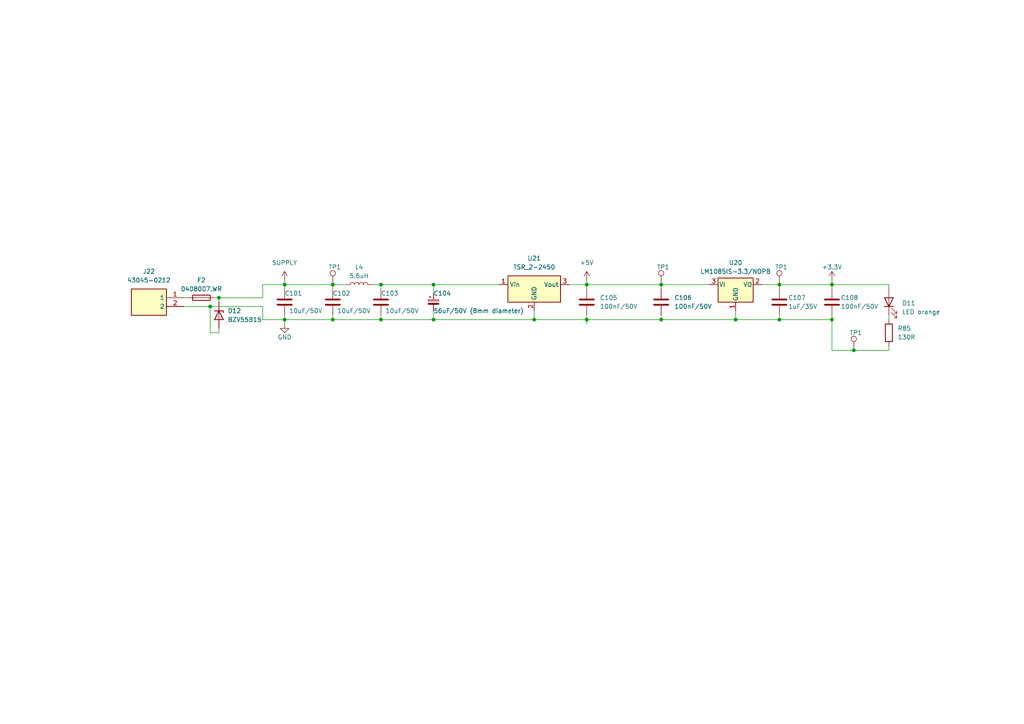
<source format=kicad_sch>
(kicad_sch (version 20230121) (generator eeschema)
  (paper "A4")
  (lib_symbols
    (symbol "43045-0212:43045-0212"
      (property "Reference" "J" (at 16.51 7.62 0))
      (property "Value" "43045-0212" (at 16.51 5.08 0))
      (symbol "43045-0212_1_1"
        (rectangle (start 5.08 2.54) (end 15.24 -5.08) (stroke (width 0.254)) (fill (type background)))
        (pin passive line (at 0 -2.54 0) (length 5.08) (name "1") (number "1"))
        (pin passive line (at 0 0 0) (length 5.08) (name "2") (number "2"))
      )
    )
    (symbol "Connector:TestPoint" (pin_numbers hide) (pin_names (offset 0.762) hide)
      (property "Reference" "TP" (at 0 6.858 0))
      (property "Value" "TestPoint" (at 0 5.08 0))
      (symbol "TestPoint_0_1"
        (circle (center 0 3.302) (radius 0.762))
      )
      (symbol "TestPoint_1_1"
        (pin passive line (at 0 0 90) (length 2.54) (name "1") (number "1"))
      )
    )
    (symbol "Device:C" (pin_numbers hide) (pin_names (offset 0.254))
      (property "Reference" "C" (at 0.635 2.54 0))
      (property "Value" "C" (at 0.635 -2.54 0))
      (symbol "C_0_1"
        (polyline (pts (xy -2.032 -0.762) (xy 2.032 -0.762)) (stroke (width 0.508)))
        (polyline (pts (xy -2.032 0.762) (xy 2.032 0.762)) (stroke (width 0.508)))
      )
      (symbol "C_1_1"
        (pin passive line (at 0 3.81 270) (length 2.794) (name "~") (number "1"))
        (pin passive line (at 0 -3.81 90) (length 2.794) (name "~") (number "2"))
      )
    )
    (symbol "Device:C_Polarized_Small" (pin_numbers hide) (pin_names (offset 0.254) hide)
      (property "Reference" "C" (at 0.254 1.778 0))
      (property "Value" "C_Polarized_Small" (at 0.254 -2.032 0))
      (symbol "C_Polarized_Small_0_1"
        (rectangle (start -1.524 -0.3048) (end 1.524 -0.6858) (fill (type outline)))
        (rectangle (start -1.524 0.6858) (end 1.524 0.3048))
        (polyline (pts (xy -1.27 1.524) (xy -0.762 1.524)))
        (polyline (pts (xy -1.016 1.27) (xy -1.016 1.778)))
      )
      (symbol "C_Polarized_Small_1_1"
        (pin passive line (at 0 2.54 270) (length 1.8542) (name "~") (number "1"))
        (pin passive line (at 0 -2.54 90) (length 1.8542) (name "~") (number "2"))
      )
    )
    (symbol "Device:Fuse" (pin_numbers hide) (pin_names (offset 0))
      (property "Reference" "F" (at 2.032 0 90))
      (property "Value" "Fuse" (at -1.905 0 90))
      (symbol "Fuse_0_1"
        (rectangle (start -0.762 -2.54) (end 0.762 2.54) (stroke (width 0.254)))
        (polyline (pts (xy 0 2.54) (xy 0 -2.54)))
      )
      (symbol "Fuse_1_1"
        (pin passive line (at 0 3.81 270) (length 1.27) (name "~") (number "1"))
        (pin passive line (at 0 -3.81 90) (length 1.27) (name "~") (number "2"))
      )
    )
    (symbol "Device:L" (pin_numbers hide) (pin_names (offset 1.016) hide)
      (property "Reference" "L" (at -1.27 0 90))
      (property "Value" "L" (at 1.905 0 90))
      (symbol "L_0_1"
        (arc (start 0 -2.54) (mid 0.6323 -1.905) (end 0 -1.27))
        (arc (start 0 -1.27) (mid 0.6323 -0.635) (end 0 0))
        (arc (start 0 0) (mid 0.6323 0.635) (end 0 1.27))
        (arc (start 0 1.27) (mid 0.6323 1.905) (end 0 2.54))
      )
      (symbol "L_1_1"
        (pin passive line (at 0 3.81 270) (length 1.27) (name "1") (number "1"))
        (pin passive line (at 0 -3.81 90) (length 1.27) (name "2") (number "2"))
      )
    )
    (symbol "Device:LED" (pin_numbers hide) (pin_names (offset 1.016) hide)
      (property "Reference" "D" (at 0 2.54 0))
      (property "Value" "LED" (at 0 -2.54 0))
      (symbol "LED_0_1"
        (polyline (pts (xy -1.27 -1.27) (xy -1.27 1.27)) (stroke (width 0.254)))
        (polyline (pts (xy -1.27 0) (xy 1.27 0)))
        (polyline (pts (xy 1.27 -1.27) (xy 1.27 1.27) (xy -1.27 0) (xy 1.27 -1.27)) (stroke (width 0.254)))
        (polyline (pts (xy -3.048 -0.762) (xy -4.572 -2.286) (xy -3.81 -2.286) (xy -4.572 -2.286) (xy -4.572 -1.524)))
        (polyline (pts (xy -1.778 -0.762) (xy -3.302 -2.286) (xy -2.54 -2.286) (xy -3.302 -2.286) (xy -3.302 -1.524)))
      )
      (symbol "LED_1_1"
        (pin passive line (at -3.81 0 0) (length 2.54) (name "K") (number "1"))
        (pin passive line (at 3.81 0 180) (length 2.54) (name "A") (number "2"))
      )
    )
    (symbol "Device:R" (pin_numbers hide) (pin_names (offset 0))
      (property "Reference" "R" (at 2.032 0 90))
      (property "Value" "R" (at 0 0 90))
      (symbol "R_0_1"
        (rectangle (start -1.016 -2.54) (end 1.016 2.54) (stroke (width 0.254)))
      )
      (symbol "R_1_1"
        (pin passive line (at 0 3.81 270) (length 1.27) (name "~") (number "1"))
        (pin passive line (at 0 -3.81 90) (length 1.27) (name "~") (number "2"))
      )
    )
    (symbol "Diode:BZV55B15" (pin_numbers hide) (pin_names hide)
      (property "Reference" "D" (at 0 2.54 0))
      (property "Value" "BZV55B15" (at 0 -2.54 0))
      (symbol "BZV55B15_0_1"
        (polyline (pts (xy 1.27 0) (xy -1.27 0)))
        (polyline (pts (xy -1.27 -1.27) (xy -1.27 1.27) (xy -0.762 1.27)) (stroke (width 0.254)))
        (polyline (pts (xy 1.27 -1.27) (xy 1.27 1.27) (xy -1.27 0) (xy 1.27 -1.27)) (stroke (width 0.254)))
      )
      (symbol "BZV55B15_1_1"
        (pin passive line (at -3.81 0 0) (length 2.54) (name "K") (number "1"))
        (pin passive line (at 3.81 0 180) (length 2.54) (name "A") (number "2"))
      )
    )
    (symbol "Regulator_Linear:LM1085-3.3" (pin_names (offset 0.254))
      (property "Reference" "U" (at -3.81 3.175 0))
      (property "Value" "LM1085-3.3" (at 0 3.175 0))
      (symbol "LM1085-3.3_0_1"
        (rectangle (start -5.08 1.905) (end 5.08 -5.08) (stroke (width 0.254)) (fill (type background)))
      )
      (symbol "LM1085-3.3_1_1"
        (pin power_in line (at 0 -7.62 90) (length 2.54) (name "GND") (number "1"))
        (pin power_out line (at 7.62 0 180) (length 2.54) (name "VO") (number "2"))
        (pin power_in line (at -7.62 0 0) (length 2.54) (name "VI") (number "3"))
      )
    )
    (symbol "Regulator_Switching:TSR_1-2490"
      (property "Reference" "U" (at -7.62 6.35 0))
      (property "Value" "TSR_1-2490" (at -1.27 6.35 0))
      (symbol "TSR_1-2490_0_1"
        (rectangle (start -7.62 5.08) (end 7.62 -2.54) (stroke (width 0.254)) (fill (type background)))
      )
      (symbol "TSR_1-2490_1_1"
        (pin power_in line (at -10.16 2.54 0) (length 2.54) (name "Vin") (number "1"))
        (pin power_in line (at 0 -5.08 90) (length 2.54) (name "GND") (number "2"))
        (pin power_out line (at 10.16 2.54 180) (length 2.54) (name "Vout") (number "3"))
      )
    )
    (symbol "bmsPower_Symbols:+3V3_0" (power) (in_bom no) (on_board no)
      (property "Value" "+3V3_0" (at 0 3.302 0))
      (symbol "+3V3_0_0_1"
        (polyline (pts (xy -0.762 1.27) (xy 0 2.54)))
        (polyline (pts (xy 0 0) (xy 0 2.54)))
        (polyline (pts (xy 0 2.54) (xy 0.762 1.27)))
      )
      (symbol "+3V3_0_1_1"
        (pin power_in line (at 0 0 90) (length 0) hide (name "+3.3V") (number "1"))
      )
    )
    (symbol "bmsPower_Symbols:GND_0" (power) (in_bom no) (on_board no)
      (property "Value" "GND_0" (at 0 -4.064 0))
      (symbol "GND_0_0_1"
        (polyline (pts (xy 0 0) (xy 0 -1.27) (xy 1.27 -1.27) (xy 0 -2.54) (xy -1.27 -1.27) (xy 0 -1.27)))
      )
      (symbol "GND_0_1_1"
        (pin power_in line (at 0 0 270) (length 0) hide (name "GND") (number "1"))
      )
    )
    (symbol "bmsPower_Symbols:SUPPLY_0" (power) (in_bom no) (on_board no)
      (property "Value" "SUPPLY_0" (at 0.254 3.302 0))
      (symbol "SUPPLY_0_0_1"
        (polyline (pts (xy -0.762 1.27) (xy 0 2.54)))
        (polyline (pts (xy 0 0) (xy 0 2.54)))
        (polyline (pts (xy 0 2.54) (xy 0.762 1.27)))
      )
      (symbol "SUPPLY_0_1_1"
        (pin power_in line (at 0 0 90) (length 0) hide (name "SUPPLY") (number "1"))
      )
    )
    (symbol "power:+5V" (power) (pin_names (offset 0))
      (property "Value" "+5V" (at 0 3.556 0))
      (symbol "+5V_0_1"
        (polyline (pts (xy -0.762 1.27) (xy 0 2.54)))
        (polyline (pts (xy 0 0) (xy 0 2.54)))
        (polyline (pts (xy 0 2.54) (xy 0.762 1.27)))
      )
      (symbol "+5V_1_1"
        (pin power_in line (at 0 0 90) (length 0) hide (name "+5V") (number "1"))
      )
    )
  )
  (junction (at 110.49 92.71))
  (junction (at 247.65 101.6))
  (junction (at 191.77 82.55))
  (junction (at 125.73 82.55))
  (junction (at 154.94 92.71))
  (junction (at 191.77 92.71))
  (junction (at 82.55 82.55))
  (junction (at 96.52 92.71))
  (junction (at 60.96 88.9))
  (junction (at 110.49 82.55))
  (junction (at 226.06 92.71))
  (junction (at 63.5 86.36))
  (junction (at 241.3 92.71))
  (junction (at 241.3 82.55))
  (junction (at 125.73 92.71))
  (junction (at 82.55 92.71))
  (junction (at 213.36 92.71))
  (junction (at 170.18 82.55))
  (junction (at 96.52 82.55))
  (junction (at 226.06 82.55))
  (junction (at 170.18 92.71))
  (wire (pts (xy 226.06 91.44) (xy 226.06 92.71)))
  (wire (pts (xy 82.55 92.71) (xy 96.52 92.71)))
  (wire (pts (xy 226.06 82.55) (xy 226.06 83.82)))
  (wire (pts (xy 63.5 95.25) (xy 63.5 96.52)))
  (wire (pts (xy 76.2 82.55) (xy 82.55 82.55)))
  (wire (pts (xy 60.96 88.9) (xy 60.96 96.52)))
  (wire (pts (xy 154.94 92.71) (xy 170.18 92.71)))
  (wire (pts (xy 125.73 82.55) (xy 125.73 85.09)))
  (wire (pts (xy 125.73 82.55) (xy 144.78 82.55)))
  (wire (pts (xy 165.1 82.55) (xy 170.18 82.55)))
  (wire (pts (xy 247.65 101.6) (xy 257.81 101.6)))
  (wire (pts (xy 191.77 92.71) (xy 213.36 92.71)))
  (wire (pts (xy 76.2 92.71) (xy 82.55 92.71)))
  (wire (pts (xy 110.49 82.55) (xy 125.73 82.55)))
  (wire (pts (xy 154.94 90.17) (xy 154.94 92.71)))
  (wire (pts (xy 107.95 82.55) (xy 110.49 82.55)))
  (wire (pts (xy 76.2 82.55) (xy 76.2 86.36)))
  (wire (pts (xy 170.18 92.71) (xy 170.18 93.98)))
  (wire (pts (xy 241.3 82.55) (xy 226.06 82.55)))
  (wire (pts (xy 110.49 91.44) (xy 110.49 92.71)))
  (wire (pts (xy 110.49 82.55) (xy 110.49 83.82)))
  (wire (pts (xy 125.73 92.71) (xy 154.94 92.71)))
  (wire (pts (xy 96.52 82.55) (xy 96.52 83.82)))
  (wire (pts (xy 60.96 96.52) (xy 63.5 96.52)))
  (wire (pts (xy 82.55 82.55) (xy 82.55 83.82)))
  (wire (pts (xy 257.81 91.44) (xy 257.81 92.71)))
  (wire (pts (xy 241.3 92.71) (xy 241.3 101.6)))
  (wire (pts (xy 82.55 82.55) (xy 96.52 82.55)))
  (wire (pts (xy 241.3 82.55) (xy 241.3 83.82)))
  (wire (pts (xy 170.18 81.28) (xy 170.18 82.55)))
  (wire (pts (xy 226.06 92.71) (xy 241.3 92.71)))
  (wire (pts (xy 257.81 82.55) (xy 257.81 83.82)))
  (wire (pts (xy 96.52 82.55) (xy 100.33 82.55)))
  (wire (pts (xy 170.18 91.44) (xy 170.18 92.71)))
  (wire (pts (xy 257.81 100.33) (xy 257.81 101.6)))
  (wire (pts (xy 76.2 86.36) (xy 63.5 86.36)))
  (wire (pts (xy 170.18 82.55) (xy 170.18 83.82)))
  (wire (pts (xy 170.18 82.55) (xy 191.77 82.55)))
  (wire (pts (xy 241.3 81.28) (xy 241.3 82.55)))
  (wire (pts (xy 191.77 82.55) (xy 205.74 82.55)))
  (wire (pts (xy 191.77 82.55) (xy 191.77 83.82)))
  (wire (pts (xy 53.34 88.9) (xy 60.96 88.9)))
  (wire (pts (xy 82.55 91.44) (xy 82.55 92.71)))
  (wire (pts (xy 63.5 86.36) (xy 63.5 87.63)))
  (wire (pts (xy 213.36 90.17) (xy 213.36 92.71)))
  (wire (pts (xy 213.36 92.71) (xy 226.06 92.71)))
  (wire (pts (xy 54.61 86.36) (xy 53.34 86.36)))
  (wire (pts (xy 96.52 92.71) (xy 110.49 92.71)))
  (wire (pts (xy 76.2 88.9) (xy 76.2 92.71)))
  (wire (pts (xy 82.55 92.71) (xy 82.55 93.98)))
  (wire (pts (xy 191.77 91.44) (xy 191.77 92.71)))
  (wire (pts (xy 220.98 82.55) (xy 226.06 82.55)))
  (wire (pts (xy 241.3 101.6) (xy 247.65 101.6)))
  (wire (pts (xy 241.3 91.44) (xy 241.3 92.71)))
  (wire (pts (xy 170.18 92.71) (xy 191.77 92.71)))
  (wire (pts (xy 60.96 88.9) (xy 76.2 88.9)))
  (wire (pts (xy 125.73 92.71) (xy 125.73 90.17)))
  (wire (pts (xy 110.49 92.71) (xy 125.73 92.71)))
  (wire (pts (xy 241.3 82.55) (xy 257.81 82.55)))
  (wire (pts (xy 96.52 91.44) (xy 96.52 92.71)))
  (wire (pts (xy 82.55 81.28) (xy 82.55 82.55)))
  (wire (pts (xy 63.5 86.36) (xy 62.23 86.36)))
  (symbol (lib_id "Connector:TestPoint") (at 96.52 82.55 0) (unit 1)
    (property "Reference" "TP1" (at 95.25 77.47 0) (effects (justify left)))
    (property "Value" "TestPoint" (effects hide))
    (property "Footprint" "TestPoint:TestPoint_Keystone_5000-5004_Miniature" (effects hide))
    (instances (project "BMS-Master" (path "" (reference "TP1") (unit 1)) (path "" (reference "TP31") (unit 1))))
  )
  (symbol (lib_id "Device:LED") (at 257.81 87.63 90) (unit 1)
    (property "Reference" "D11" (at 261.62 87.9475 90) (effects (justify right)))
    (property "Value" "LED orange" (at 261.62 90.4875 90) (effects (justify right)))
    (property "Footprint" "LED_SMD:LED_0603_1608Metric" (effects hide))
  )
  (symbol (lib_id "Regulator_Switching:TSR_1-2490") (at 154.94 85.09 0) (unit 1)
    (property "Reference" "U21" (at 154.94 74.93 0))
    (property "Value" "TSR_2-2450" (at 154.94 77.47 0))
    (property "Footprint" "Converter_DCDC:Converter_DCDC_TRACO_TSR-1_THT" (effects hide))
    (property "Datasheet" "http://www.tracopower.com/products/tsr1.pdf" (effects hide))
  )
  (symbol (lib_id "Connector:TestPoint") (at 226.06 82.55 0) (unit 1)
    (property "Reference" "TP1" (at 224.79 77.47 0) (effects (justify left)))
    (property "Value" "TestPoint" (effects hide))
    (property "Footprint" "TestPoint:TestPoint_Keystone_5000-5004_Miniature" (effects hide))
    (instances (project "BMS-Master" (path "" (reference "TP1") (unit 1)) (path "" (reference "TP33") (unit 1))))
  )
  (symbol (lib_id "43045-0212:43045-0212") (at 53.34 88.9 180) (unit 1)
    (property "Reference" "J22" (at 43.18 78.74 0))
    (property "Value" "43045-0212" (at 43.18 81.28 0))
    (property "Footprint" "43045-0212:43045-02YY_121314" (effects hide))
    (property "Datasheet" "https://www.molex.com/pdm_docs/sd/430450612_sd.pdf" (effects hide))
    (property "Height" "9.91" (effects hide))
    (property "Manufacturer_Name" "Molex" (effects hide))
    (property "Manufacturer_Part_Number" "43045-0212" (effects hide))
    (property "Mouser Part Number" "538-430-45-0212" (effects hide))
    (property "Mouser Price/Stock" "https://www.mouser.co.uk/ProductDetail/Molex/43045-0212?qs=QtQX4uD3c2XFLtjr%252BHeRmQ%3D%3D" (effects hide))
  )
  (symbol (lib_id "Connector:TestPoint") (at 191.77 82.55 0) (unit 1)
    (property "Reference" "TP1" (at 190.5 77.47 0) (effects (justify left)))
    (property "Value" "TestPoint" (effects hide))
    (property "Footprint" "TestPoint:TestPoint_Keystone_5000-5004_Miniature" (effects hide))
    (instances (project "BMS-Master" (path "" (reference "TP1") (unit 1)) (path "" (reference "TP32") (unit 1))))
  )
  (symbol (lib_id "Diode:BZV55B15") (at 63.5 91.44 270) (unit 1)
    (property "Reference" "D12" (at 66.04 90.17 90) (effects (justify left)))
    (property "Value" "BZV55B15" (at 66.04 92.71 90) (effects (justify left)))
    (property "Footprint" "Diode_SMD:D_MiniMELF" (effects hide))
    (property "Datasheet" "https://assets.nexperia.com/documents/data-sheet/BZV55_SER.pdf" (effects hide))
  )
  (symbol (lib_id "Device:C") (at 226.06 87.63 0) (unit 1)
    (property "Reference" "C107" (at 228.6 86.36 0) (effects (justify left)))
    (property "Value" "1uF/35V" (at 228.6 88.9 0) (effects (justify left)))
    (property "Footprint" "Capacitor_SMD:C_0603_1608Metric" (effects hide))
  )
  (symbol (lib_id "Regulator_Linear:LM1085-3.3") (at 213.36 82.55 0) (unit 1)
    (property "Reference" "U20" (at 213.36 76.2 0))
    (property "Value" "LM1085IS-3.3/NOPB" (at 213.36 78.74 0))
    (property "Footprint" "Package_TO_SOT_SMD:TO-263-3_TabPin2" (effects hide))
    (property "Datasheet" "http://www.ti.com/lit/ds/symlink/lm1085.pdf" (effects hide))
  )
  (symbol (lib_id "Device:C") (at 96.52 87.63 0) (unit 1)
    (property "Reference" "C102" (at 96.52 85.09 0) (effects (justify left)))
    (property "Value" "10uF/50V" (at 97.79 90.17 0) (effects (justify left)))
    (property "Footprint" "Capacitor_SMD:C_1206_3216Metric" (effects hide))
  )
  (symbol (lib_id "Device:C") (at 170.18 87.63 0) (unit 1)
    (property "Reference" "C105" (at 173.99 86.36 0) (effects (justify left)))
    (property "Value" "100nF/50V" (at 173.99 88.9 0) (effects (justify left)))
    (property "Footprint" "Capacitor_SMD:C_0603_1608Metric" (effects hide))
  )
  (symbol (lib_id "Device:R") (at 257.81 96.52 0) (unit 1)
    (property "Reference" "R85" (at 260.35 95.25 0) (effects (justify left)))
    (property "Value" "130R" (at 260.35 97.79 0) (effects (justify left)))
    (property "Footprint" "Resistor_SMD:R_0603_1608Metric" (effects hide))
  )
  (symbol (lib_id "Device:C_Polarized_Small") (at 125.73 87.63 0) (unit 1)
    (property "Reference" "C104" (at 125.73 85.09 0) (effects (justify left)))
    (property "Value" "56uF/50V (8mm diameter)" (at 125.73 90.17 0) (effects (justify left)))
    (property "Footprint" "Capacitor_SMD:CP_Elec_8x10" (effects hide))
  )
  (symbol (lib_id "bmsPower_Symbols:SUPPLY_0") (at 82.55 81.28 0) (unit 1) (in_bom no) (on_board no)
    (property "Reference" "#PWR0182" (effects hide))
    (property "Value" "SUPPLY_0" (at 82.55 76.2 0))
  )
  (symbol (lib_id "Device:L") (at 104.14 82.55 90) (unit 1)
    (property "Reference" "L4" (at 104.14 77.47 90))
    (property "Value" "5.6uH" (at 104.14 80.01 90))
    (property "Footprint" "Inductor_SMD:L_TracoPower_TCK-141" (effects hide))
  )
  (symbol (lib_id "bmsPower_Symbols:GND_0") (at 82.55 93.98 0) (unit 1) (in_bom no) (on_board no)
    (property "Reference" "#PWR0185" (effects hide))
    (property "Value" "GND_0" (at 82.55 97.79 0))
  )
  (symbol (lib_id "Device:Fuse") (at 58.42 86.36 90) (unit 1)
    (property "Reference" "F2" (at 58.42 81.28 90))
    (property "Value" "0408007.WR" (at 58.42 83.82 90))
    (property "Footprint" "Fuse:Fuse_0603_1608Metric" (effects hide))
  )
  (symbol (lib_id "Device:C") (at 241.3 87.63 0) (unit 1)
    (property "Reference" "C108" (at 243.84 86.36 0) (effects (justify left)))
    (property "Value" "100nF/50V" (at 243.84 88.9 0) (effects (justify left)))
    (property "Footprint" "Capacitor_SMD:C_0603_1608Metric" (effects hide))
  )
  (symbol (lib_id "bmsPower_Symbols:+3V3_0") (at 241.3 81.28 0) (unit 1) (in_bom no) (on_board no)
    (property "Reference" "#PWR0184" (effects hide))
    (property "Value" "+3V3_0" (at 241.3 77.47 0))
  )
  (symbol (lib_id "Connector:TestPoint") (at 247.65 101.6 0) (unit 1)
    (property "Reference" "TP1" (at 246.38 96.52 0) (effects (justify left)))
    (property "Value" "TestPoint" (effects hide))
    (property "Footprint" "TestPoint:TestPoint_Keystone_5000-5004_Miniature" (effects hide))
    (instances (project "BMS-Master" (path "" (reference "TP1") (unit 1)) (path "" (reference "TP34") (unit 1))))
  )
  (symbol (lib_id "Device:C") (at 191.77 87.63 0) (unit 1)
    (property "Reference" "C106" (at 195.58 86.36 0) (effects (justify left)))
    (property "Value" "100nF/50V" (at 195.58 88.9 0) (effects (justify left)))
    (property "Footprint" "Capacitor_SMD:C_0603_1608Metric" (effects hide))
  )
  (symbol (lib_id "power:+5V") (at 170.18 81.28 0) (unit 1)
    (property "Reference" "#PWR0183" (effects hide))
    (property "Value" "+5V" (at 170.18 76.2 0))
  )
  (symbol (lib_id "Device:C") (at 82.55 87.63 0) (unit 1)
    (property "Reference" "C101" (at 82.55 85.09 0) (effects (justify left)))
    (property "Value" "10uF/50V" (at 83.82 90.17 0) (effects (justify left)))
    (property "Footprint" "Capacitor_SMD:C_1206_3216Metric" (effects hide))
  )
  (symbol (lib_id "Device:C") (at 110.49 87.63 0) (unit 1)
    (property "Reference" "C103" (at 110.49 85.09 0) (effects (justify left)))
    (property "Value" "10uF/50V" (at 111.76 90.17 0) (effects (justify left)))
    (property "Footprint" "Capacitor_SMD:C_1210_3225Metric" (effects hide))
  )
)
</source>
